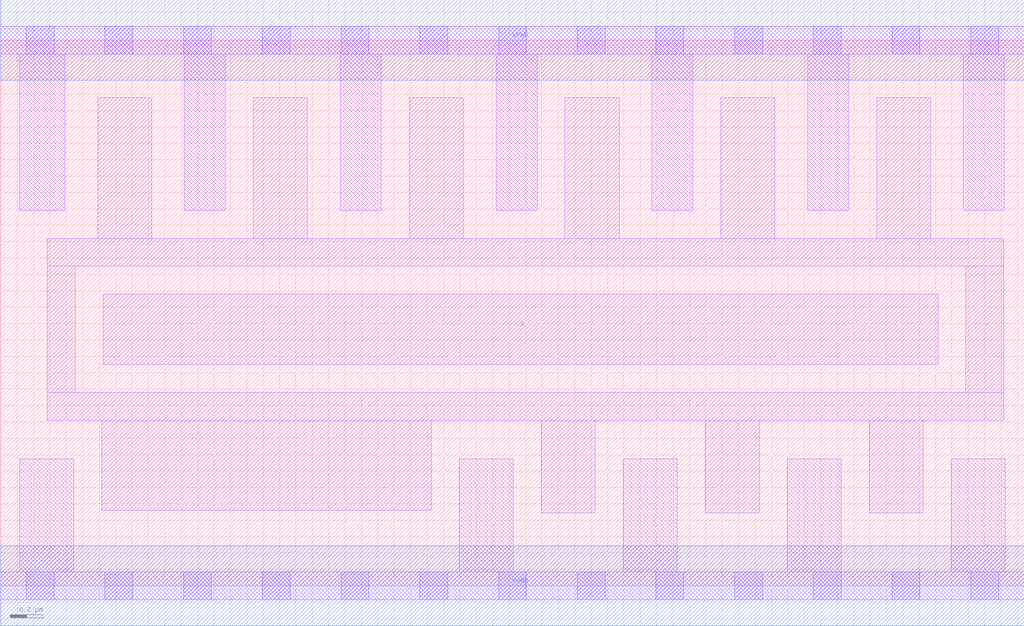
<source format=lef>
# Copyright 2020 The SkyWater PDK Authors
#
# Licensed under the Apache License, Version 2.0 (the "License");
# you may not use this file except in compliance with the License.
# You may obtain a copy of the License at
#
#     https://www.apache.org/licenses/LICENSE-2.0
#
# Unless required by applicable law or agreed to in writing, software
# distributed under the License is distributed on an "AS IS" BASIS,
# WITHOUT WARRANTIES OR CONDITIONS OF ANY KIND, either express or implied.
# See the License for the specific language governing permissions and
# limitations under the License.
#
# SPDX-License-Identifier: Apache-2.0

VERSION 5.5 ;
NAMESCASESENSITIVE ON ;
BUSBITCHARS "[]" ;
DIVIDERCHAR "/" ;
MACRO sky130_fd_sc_ls__clkinv_8
  CLASS CORE ;
  SOURCE USER ;
  ORIGIN  0.000000  0.000000 ;
  SIZE  6.240000 BY  3.330000 ;
  SYMMETRY X Y ;
  SITE unit ;
  PIN A
    ANTENNAGATEAREA  2.520000 ;
    DIRECTION INPUT ;
    USE SIGNAL ;
    PORT
      LAYER li1 ;
        RECT 0.625000 1.350000 5.715000 1.780000 ;
    END
  END A
  PIN Y
    ANTENNADIFFAREA  3.242400 ;
    DIRECTION OUTPUT ;
    USE SIGNAL ;
    PORT
      LAYER li1 ;
        RECT 0.285000 1.010000 6.115000 1.180000 ;
        RECT 0.285000 1.180000 0.455000 1.950000 ;
        RECT 0.285000 1.950000 6.115000 2.120000 ;
        RECT 0.590000 2.120000 0.920000 2.980000 ;
        RECT 0.615000 0.460000 2.625000 1.010000 ;
        RECT 1.540000 2.120000 1.870000 2.980000 ;
        RECT 2.490000 2.120000 2.820000 2.980000 ;
        RECT 3.295000 0.445000 3.625000 1.010000 ;
        RECT 3.440000 2.120000 3.770000 2.980000 ;
        RECT 4.295000 0.445000 4.625000 1.010000 ;
        RECT 4.390000 2.120000 4.720000 2.980000 ;
        RECT 5.295000 0.445000 5.625000 1.010000 ;
        RECT 5.340000 2.120000 5.670000 2.980000 ;
        RECT 5.885000 1.180000 6.115000 1.950000 ;
    END
  END Y
  PIN VGND
    DIRECTION INOUT ;
    SHAPE ABUTMENT ;
    USE GROUND ;
    PORT
      LAYER met1 ;
        RECT 0.000000 -0.245000 6.240000 0.245000 ;
    END
  END VGND
  PIN VPWR
    DIRECTION INOUT ;
    SHAPE ABUTMENT ;
    USE POWER ;
    PORT
      LAYER met1 ;
        RECT 0.000000 3.085000 6.240000 3.575000 ;
    END
  END VPWR
  OBS
    LAYER li1 ;
      RECT 0.000000 -0.085000 6.240000 0.085000 ;
      RECT 0.000000  3.245000 6.240000 3.415000 ;
      RECT 0.115000  0.085000 0.445000 0.775000 ;
      RECT 0.115000  2.290000 0.390000 3.245000 ;
      RECT 1.120000  2.290000 1.370000 3.245000 ;
      RECT 2.070000  2.290000 2.320000 3.245000 ;
      RECT 2.795000  0.085000 3.125000 0.775000 ;
      RECT 3.020000  2.290000 3.270000 3.245000 ;
      RECT 3.795000  0.085000 4.125000 0.775000 ;
      RECT 3.970000  2.290000 4.220000 3.245000 ;
      RECT 4.795000  0.085000 5.125000 0.775000 ;
      RECT 4.920000  2.290000 5.170000 3.245000 ;
      RECT 5.795000  0.085000 6.125000 0.775000 ;
      RECT 5.870000  2.290000 6.120000 3.245000 ;
    LAYER mcon ;
      RECT 0.155000 -0.085000 0.325000 0.085000 ;
      RECT 0.155000  3.245000 0.325000 3.415000 ;
      RECT 0.635000 -0.085000 0.805000 0.085000 ;
      RECT 0.635000  3.245000 0.805000 3.415000 ;
      RECT 1.115000 -0.085000 1.285000 0.085000 ;
      RECT 1.115000  3.245000 1.285000 3.415000 ;
      RECT 1.595000 -0.085000 1.765000 0.085000 ;
      RECT 1.595000  3.245000 1.765000 3.415000 ;
      RECT 2.075000 -0.085000 2.245000 0.085000 ;
      RECT 2.075000  3.245000 2.245000 3.415000 ;
      RECT 2.555000 -0.085000 2.725000 0.085000 ;
      RECT 2.555000  3.245000 2.725000 3.415000 ;
      RECT 3.035000 -0.085000 3.205000 0.085000 ;
      RECT 3.035000  3.245000 3.205000 3.415000 ;
      RECT 3.515000 -0.085000 3.685000 0.085000 ;
      RECT 3.515000  3.245000 3.685000 3.415000 ;
      RECT 3.995000 -0.085000 4.165000 0.085000 ;
      RECT 3.995000  3.245000 4.165000 3.415000 ;
      RECT 4.475000 -0.085000 4.645000 0.085000 ;
      RECT 4.475000  3.245000 4.645000 3.415000 ;
      RECT 4.955000 -0.085000 5.125000 0.085000 ;
      RECT 4.955000  3.245000 5.125000 3.415000 ;
      RECT 5.435000 -0.085000 5.605000 0.085000 ;
      RECT 5.435000  3.245000 5.605000 3.415000 ;
      RECT 5.915000 -0.085000 6.085000 0.085000 ;
      RECT 5.915000  3.245000 6.085000 3.415000 ;
  END
END sky130_fd_sc_ls__clkinv_8
END LIBRARY

</source>
